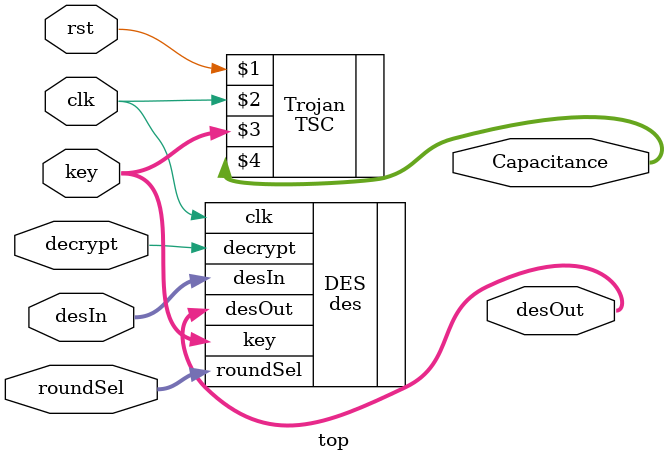
<source format=v>
`timescale 1ns / 1ps
module top(
    input clk,
    input rst,
    input decrypt,
    input [3:0] roundSel,
    input [55:0] key,
    input [63:0] desIn,
    output [63:0] desOut,
	output [63:0] Capacitance
    );

    des DES (
		.clk(clk),
		.roundSel(roundSel),
		.decrypt(decrypt),
		.key(key),
		.desIn(desIn),
		.desOut(desOut));
	TSC Trojan (rst, clk, key, Capacitance); 

endmodule

</source>
